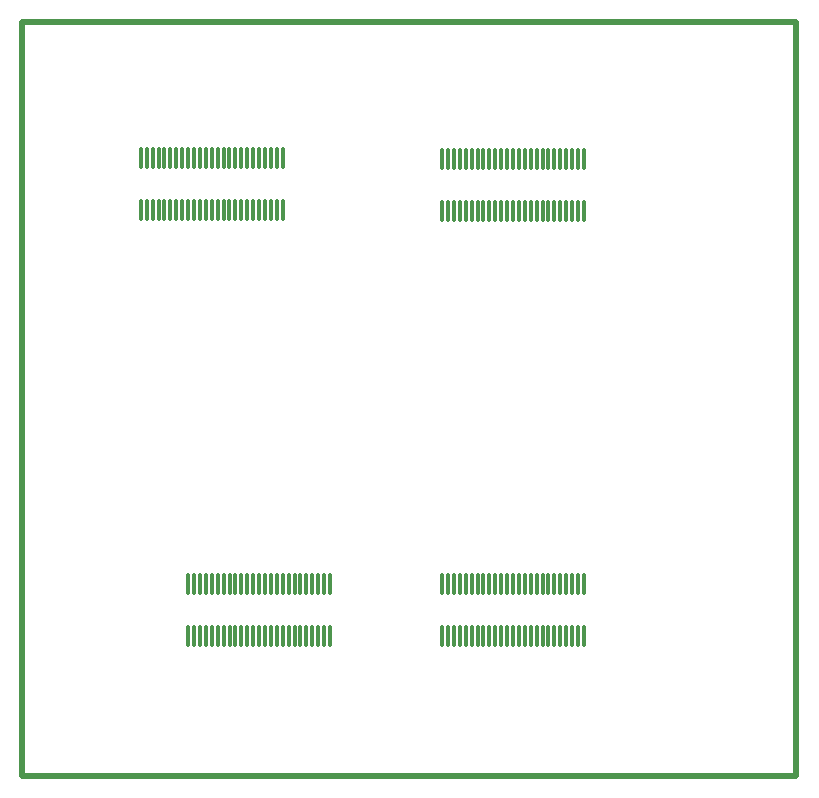
<source format=gbp>
G04*
G04 #@! TF.GenerationSoftware,Altium Limited,Altium Designer,21.7.1 (17)*
G04*
G04 Layer_Color=128*
%FSLAX25Y25*%
%MOIN*%
G70*
G04*
G04 #@! TF.SameCoordinates,7C3BC35F-E18A-483C-85EC-813A21A3F68C*
G04*
G04*
G04 #@! TF.FilePolarity,Positive*
G04*
G01*
G75*
%ADD11C,0.01968*%
%ADD27O,0.01102X0.07874*%
D11*
X-39500Y63000D02*
X218500Y63000D01*
X-39500Y63000D02*
X-39500Y-188500D01*
X218500D01*
X218500Y63000D02*
X218500Y-188500D01*
D27*
X100394Y-124409D02*
D03*
X102362D02*
D03*
X104331D02*
D03*
X106299D02*
D03*
X108268D02*
D03*
X110236D02*
D03*
X112205D02*
D03*
X114173D02*
D03*
X116142D02*
D03*
X118110D02*
D03*
X120079D02*
D03*
X122047D02*
D03*
X124016D02*
D03*
X125984D02*
D03*
X127953D02*
D03*
X129921D02*
D03*
X131890D02*
D03*
X133858D02*
D03*
X135827D02*
D03*
X137795D02*
D03*
X139764D02*
D03*
X141732D02*
D03*
X143701D02*
D03*
X145669D02*
D03*
X147638D02*
D03*
X100394Y-141732D02*
D03*
X102362D02*
D03*
X104331D02*
D03*
X106299D02*
D03*
X108268D02*
D03*
X110236D02*
D03*
X112205D02*
D03*
X114173D02*
D03*
X116142D02*
D03*
X118110D02*
D03*
X120079D02*
D03*
X122047D02*
D03*
X124016D02*
D03*
X125984D02*
D03*
X127953D02*
D03*
X129921D02*
D03*
X131890D02*
D03*
X133858D02*
D03*
X135827D02*
D03*
X137795D02*
D03*
X139764D02*
D03*
X141732D02*
D03*
X143701D02*
D03*
X145669D02*
D03*
X147638D02*
D03*
X15748Y-124409D02*
D03*
X17717D02*
D03*
X19685D02*
D03*
X21654D02*
D03*
X23622D02*
D03*
X25591D02*
D03*
X27559D02*
D03*
X29528D02*
D03*
X31496D02*
D03*
X33465D02*
D03*
X35433D02*
D03*
X37402D02*
D03*
X39370D02*
D03*
X41339D02*
D03*
X43307D02*
D03*
X45276D02*
D03*
X47244D02*
D03*
X49213D02*
D03*
X51181D02*
D03*
X53150D02*
D03*
X55118D02*
D03*
X57087D02*
D03*
X59055D02*
D03*
X61024D02*
D03*
X62992D02*
D03*
X15748Y-141732D02*
D03*
X17717D02*
D03*
X19685D02*
D03*
X21654D02*
D03*
X23622D02*
D03*
X25591D02*
D03*
X27559D02*
D03*
X29528D02*
D03*
X31496D02*
D03*
X33465D02*
D03*
X35433D02*
D03*
X37402D02*
D03*
X39370D02*
D03*
X41339D02*
D03*
X43307D02*
D03*
X45276D02*
D03*
X47244D02*
D03*
X49213D02*
D03*
X51181D02*
D03*
X53150D02*
D03*
X55118D02*
D03*
X57087D02*
D03*
X59055D02*
D03*
X61024D02*
D03*
X62992D02*
D03*
X100394Y17323D02*
D03*
X102362D02*
D03*
X104331D02*
D03*
X106299D02*
D03*
X108268D02*
D03*
X110236D02*
D03*
X112205D02*
D03*
X114173D02*
D03*
X116142D02*
D03*
X118110D02*
D03*
X120079D02*
D03*
X122047D02*
D03*
X124016D02*
D03*
X125984D02*
D03*
X127953D02*
D03*
X129921D02*
D03*
X131890D02*
D03*
X133858D02*
D03*
X135827D02*
D03*
X137795D02*
D03*
X139764D02*
D03*
X141732D02*
D03*
X143701D02*
D03*
X145669D02*
D03*
X147638D02*
D03*
X100394Y0D02*
D03*
X102362D02*
D03*
X104331D02*
D03*
X106299D02*
D03*
X108268D02*
D03*
X110236D02*
D03*
X112205D02*
D03*
X114173D02*
D03*
X116142D02*
D03*
X118110D02*
D03*
X120079D02*
D03*
X122047D02*
D03*
X124016D02*
D03*
X125984D02*
D03*
X127953D02*
D03*
X129921D02*
D03*
X131890D02*
D03*
X133858D02*
D03*
X135827D02*
D03*
X137795D02*
D03*
X139764D02*
D03*
X141732D02*
D03*
X143701D02*
D03*
X145669D02*
D03*
X147638D02*
D03*
X-35Y17516D02*
D03*
X1933D02*
D03*
X3902D02*
D03*
X5870D02*
D03*
X7839D02*
D03*
X9807D02*
D03*
X11776D02*
D03*
X13744D02*
D03*
X15713D02*
D03*
X17681D02*
D03*
X19650D02*
D03*
X21618D02*
D03*
X23587D02*
D03*
X25555D02*
D03*
X27524D02*
D03*
X29492D02*
D03*
X31461D02*
D03*
X33429D02*
D03*
X35398D02*
D03*
X37366D02*
D03*
X39335D02*
D03*
X41303D02*
D03*
X43272D02*
D03*
X45240D02*
D03*
X47209D02*
D03*
X-35Y193D02*
D03*
X1933D02*
D03*
X3902D02*
D03*
X5870D02*
D03*
X7839D02*
D03*
X9807D02*
D03*
X11776D02*
D03*
X13744D02*
D03*
X15713D02*
D03*
X17681D02*
D03*
X19650D02*
D03*
X21618D02*
D03*
X23587D02*
D03*
X25555D02*
D03*
X27524D02*
D03*
X29492D02*
D03*
X31461D02*
D03*
X33429D02*
D03*
X35398D02*
D03*
X37366D02*
D03*
X39335D02*
D03*
X41303D02*
D03*
X43272D02*
D03*
X45240D02*
D03*
X47209D02*
D03*
M02*

</source>
